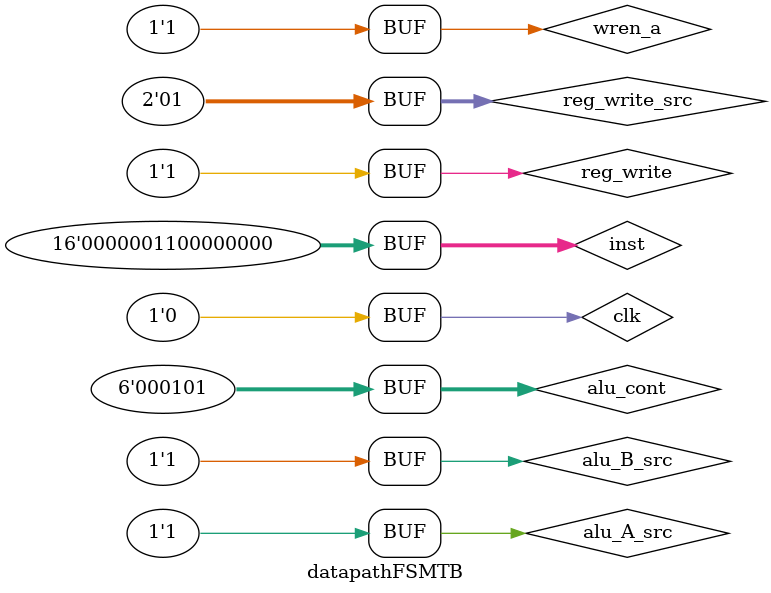
<source format=v>
module datapathFSMTB ( );

reg clk;
//1 bit reg
reg reg_write, pc_en, alu_A_src, pc_src, alu_B_src;
reg [1:0] reg_write_src;

//alu control
reg[5:0] alu_cont;

// instructions to datapath
reg [15:0] inst;

//wires to interact with data to and from memory
wire[15:0] pc,psr_flags,mem_address,data_to_mem,data_from_mem;
wire[3:0] op_code,ext_op_code,A_index,B_index;

//write enable for memory
reg wren_a;

//exmem module b data entries are just dummy wires for now
basic_mem exmem(
						.addr_a(mem_address),
						.clk(clk),
						.data_a(data_to_mem),
						.we_a(wren_a),
						.q_a(data_from_mem)
						
						
);



datapath d(
				.clk(clk),
				.reset(reset),
				.reg_write(reg_write),
				.alu_A_src(alu_A_src),
				.alu_B_src(alu_B_src),
				.reg_write_src(reg_write_src),
				.alu_cont(alu_cont),
				.data_from_mem_load(data_from_mem),
				.mem_address_load_stor(mem_address),
				.data_to_mem_stor(data_to_mem),
				.op_code(op_code),
				.ext_op_code(ext_op_code),
				.A_index(A_index),
				.B_index(B_index),
				.data_from_mem_PC(inst)
				
);

initial begin
#5
clk =0;
	
	//load 3

	reg_write <= 0;
	reg_write_src = 0;
	alu_A_src <= 0;
	alu_B_src <= 1;
	inst <= 16'b0000000100000011;
	alu_cont <= 6'b111111;
	 #5
clk =1;
	
	//write 3 to register 1
	#5
clk =0;
	reg_write <= 1;
	#5
	clk =1;
	
	//load 2
	#5
	clk = 0;
	reg_write <= 0;
	inst <= 16'b0000001000000010;
	alu_cont <= 6'b111111;
	#5
clk=1;
	
	//write 2 to register 2
	#5
clk =0;

	reg_write <= 1;
	#5
clk =1;
	
	//add registers 1 and 2
	#5 
	clk =0;
	reg_write <= 0;
	alu_A_src <= 1;
	alu_B_src <=0;
	inst <= 16'b0000000100000010;
	alu_cont <= 6'b000101;
	#5
	clk =1;
	#5
	clk =0;
	#5
	clk =1;
	
	//store value into register 1 should be 5
	#5
	clk=0;
	reg_write <= 1;
	reg_write_src <= 0;
	#5
	clk =1;
	
	//store value in memory location 4
	#5
	clk =0;
	reg_write <= 0;
	alu_A_src <= 1;
	alu_B_src <=1;
	inst <= 16'b0000000100000100;
	#5
	clk =1;
	
	// write value in memory
	#5
	clk =0;
	wren_a <= 1;
	#5
	clk =1;
	
	//load value in memory location 4
	#5
	clk =0;
	reg_write_src <= 1;
	#5
	clk =1;
	
	//write value into register a which is register 4
	#5
	clk =0;
	inst <= 16'b0000001100000000;
	reg_write <= 1;
	#5
	clk =1;
	#5
	clk =0;

	end
endmodule 
</source>
